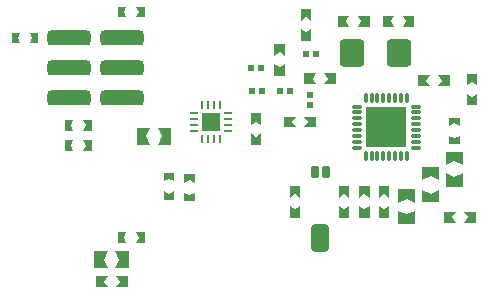
<source format=gtp>
G04 Layer_Color=8421504*
%FSLAX24Y24*%
%MOIN*%
G70*
G01*
G75*
G04:AMPARAMS|DCode=15|XSize=50mil|YSize=144.9mil|CornerRadius=12.5mil|HoleSize=0mil|Usage=FLASHONLY|Rotation=270.000|XOffset=0mil|YOffset=0mil|HoleType=Round|Shape=RoundedRectangle|*
%AMROUNDEDRECTD15*
21,1,0.0500,0.1199,0,0,270.0*
21,1,0.0250,0.1449,0,0,270.0*
1,1,0.0250,-0.0599,-0.0125*
1,1,0.0250,-0.0599,0.0125*
1,1,0.0250,0.0599,0.0125*
1,1,0.0250,0.0599,-0.0125*
%
%ADD15ROUNDEDRECTD15*%
%ADD17R,0.0217X0.0236*%
%ADD18R,0.0236X0.0217*%
%ADD21O,0.0110X0.0335*%
%ADD22O,0.0335X0.0110*%
%ADD23R,0.1358X0.1358*%
G04:AMPARAMS|DCode=24|XSize=43.3mil|YSize=23.6mil|CornerRadius=5.9mil|HoleSize=0mil|Usage=FLASHONLY|Rotation=270.000|XOffset=0mil|YOffset=0mil|HoleType=Round|Shape=RoundedRectangle|*
%AMROUNDEDRECTD24*
21,1,0.0433,0.0118,0,0,270.0*
21,1,0.0315,0.0236,0,0,270.0*
1,1,0.0118,-0.0059,-0.0157*
1,1,0.0118,-0.0059,0.0157*
1,1,0.0118,0.0059,0.0157*
1,1,0.0118,0.0059,-0.0157*
%
%ADD24ROUNDEDRECTD24*%
G04:AMPARAMS|DCode=25|XSize=94.5mil|YSize=59.1mil|CornerRadius=14.8mil|HoleSize=0mil|Usage=FLASHONLY|Rotation=270.000|XOffset=0mil|YOffset=0mil|HoleType=Round|Shape=RoundedRectangle|*
%AMROUNDEDRECTD25*
21,1,0.0945,0.0295,0,0,270.0*
21,1,0.0650,0.0591,0,0,270.0*
1,1,0.0295,-0.0148,-0.0325*
1,1,0.0295,-0.0148,0.0325*
1,1,0.0295,0.0148,0.0325*
1,1,0.0295,0.0148,-0.0325*
%
%ADD25ROUNDEDRECTD25*%
G04:AMPARAMS|DCode=26|XSize=90.6mil|YSize=82.7mil|CornerRadius=12.4mil|HoleSize=0mil|Usage=FLASHONLY|Rotation=90.000|XOffset=0mil|YOffset=0mil|HoleType=Round|Shape=RoundedRectangle|*
%AMROUNDEDRECTD26*
21,1,0.0906,0.0579,0,0,90.0*
21,1,0.0657,0.0827,0,0,90.0*
1,1,0.0248,0.0289,0.0329*
1,1,0.0248,0.0289,-0.0329*
1,1,0.0248,-0.0289,-0.0329*
1,1,0.0248,-0.0289,0.0329*
%
%ADD26ROUNDEDRECTD26*%
%ADD27R,0.0591X0.0591*%
%ADD28O,0.0098X0.0315*%
%ADD29O,0.0315X0.0098*%
G36*
X34636Y28189D02*
X34281D01*
Y28465D01*
X34459Y28386D01*
X34636Y28465D01*
Y28189D01*
D02*
G37*
G36*
X33947Y28238D02*
X33593D01*
Y28514D01*
X33770Y28435D01*
X33947Y28514D01*
Y28238D01*
D02*
G37*
G36*
X42766Y28150D02*
X42215D01*
Y28563D01*
X42490Y28435D01*
X42766Y28563D01*
Y28150D01*
D02*
G37*
G36*
X41112Y28307D02*
X40935Y28425D01*
X40758Y28307D01*
Y28701D01*
X41112D01*
Y28307D01*
D02*
G37*
G36*
X40453Y28307D02*
X40276Y28425D01*
X40098Y28307D01*
Y28701D01*
X40453D01*
Y28307D01*
D02*
G37*
G36*
X38150Y28307D02*
X37972Y28425D01*
X37795Y28307D01*
Y28701D01*
X38150D01*
Y28307D01*
D02*
G37*
G36*
X39783D02*
X39606Y28425D01*
X39429Y28307D01*
Y28701D01*
X39783D01*
Y28307D01*
D02*
G37*
G36*
X43563Y29380D02*
X43278Y29508D01*
X42992Y29380D01*
Y29833D01*
X43563D01*
Y29380D01*
D02*
G37*
G36*
X30502Y30039D02*
X30581Y29862D01*
X30305D01*
Y30217D01*
X30581D01*
X30502Y30039D01*
D02*
G37*
G36*
X31191Y29862D02*
X30915D01*
X30994Y30039D01*
X30915Y30217D01*
X31191D01*
Y29862D01*
D02*
G37*
G36*
X43563Y28671D02*
X42992D01*
Y29124D01*
X43278Y28996D01*
X43563Y29124D01*
Y28671D01*
D02*
G37*
G36*
X34636Y28799D02*
X34459Y28878D01*
X34281Y28799D01*
Y29075D01*
X34636D01*
Y28799D01*
D02*
G37*
G36*
X33947Y28848D02*
X33770Y28927D01*
X33593Y28848D01*
Y29124D01*
X33947D01*
Y28848D01*
D02*
G37*
G36*
X42766Y28898D02*
X42490Y29026D01*
X42215Y28898D01*
Y29311D01*
X42766D01*
Y28898D01*
D02*
G37*
G36*
X32264Y26969D02*
X32343Y26791D01*
X32067D01*
Y27146D01*
X32343D01*
X32264Y26969D01*
D02*
G37*
G36*
X32953Y26791D02*
X32677D01*
X32756Y26969D01*
X32677Y27146D01*
X32953D01*
Y26791D01*
D02*
G37*
G36*
X43218Y27648D02*
X43337Y27470D01*
X42943D01*
Y27825D01*
X43337D01*
X43218Y27648D01*
D02*
G37*
G36*
X32431Y25955D02*
X31978D01*
X32106Y26240D01*
X31978Y26526D01*
X32431D01*
Y25955D01*
D02*
G37*
G36*
X31614Y25502D02*
X31732Y25325D01*
X31339D01*
Y25679D01*
X31732D01*
X31614Y25502D01*
D02*
G37*
G36*
X32402Y25325D02*
X32008D01*
X32126Y25502D01*
X32008Y25679D01*
X32402D01*
Y25325D01*
D02*
G37*
G36*
X31594Y26240D02*
X31722Y25955D01*
X31270D01*
Y26526D01*
X31722D01*
X31594Y26240D01*
D02*
G37*
G36*
X39783Y27638D02*
X39429D01*
Y28031D01*
X39606Y27913D01*
X39783Y28031D01*
Y27638D01*
D02*
G37*
G36*
X41112D02*
X40758D01*
Y28031D01*
X40935Y27913D01*
X41112Y28031D01*
Y27638D01*
D02*
G37*
G36*
X41978Y28130D02*
X41693Y28258D01*
X41407Y28130D01*
Y28583D01*
X41978D01*
Y28130D01*
D02*
G37*
G36*
X38150Y27638D02*
X37795D01*
Y28031D01*
X37972Y27913D01*
X38150Y28031D01*
Y27638D01*
D02*
G37*
G36*
X44006Y27470D02*
X43612D01*
X43730Y27648D01*
X43612Y27825D01*
X44006D01*
Y27470D01*
D02*
G37*
G36*
X41978Y27421D02*
X41407D01*
Y27874D01*
X41693Y27746D01*
X41978Y27874D01*
Y27421D01*
D02*
G37*
G36*
X40453Y27638D02*
X40098D01*
Y28031D01*
X40276Y27913D01*
X40453Y28031D01*
Y27638D01*
D02*
G37*
G36*
X28721Y33622D02*
X28799Y33445D01*
X28524D01*
Y33799D01*
X28799D01*
X28721Y33622D01*
D02*
G37*
G36*
X29409Y33445D02*
X29134D01*
X29213Y33622D01*
X29134Y33799D01*
X29409D01*
Y33445D01*
D02*
G37*
G36*
X38514Y33533D02*
X38159D01*
Y33927D01*
X38337Y33809D01*
X38514Y33927D01*
Y33533D01*
D02*
G37*
G36*
X37638Y33041D02*
X37461Y33159D01*
X37283Y33041D01*
Y33435D01*
X37638D01*
Y33041D01*
D02*
G37*
G36*
X38553Y32274D02*
X38671Y32096D01*
X38278D01*
Y32451D01*
X38671D01*
X38553Y32274D01*
D02*
G37*
G36*
X39341Y32096D02*
X38947D01*
X39065Y32274D01*
X38947Y32451D01*
X39341D01*
Y32096D01*
D02*
G37*
G36*
X37638Y32372D02*
X37283D01*
Y32766D01*
X37461Y32648D01*
X37638Y32766D01*
Y32372D01*
D02*
G37*
G36*
X38514Y34203D02*
X38337Y34321D01*
X38159Y34203D01*
Y34596D01*
X38514D01*
Y34203D01*
D02*
G37*
G36*
X32264Y34488D02*
X32343Y34311D01*
X32067D01*
Y34665D01*
X32343D01*
X32264Y34488D01*
D02*
G37*
G36*
X32953Y34311D02*
X32677D01*
X32756Y34488D01*
X32677Y34665D01*
X32953D01*
Y34311D01*
D02*
G37*
G36*
X41949Y34007D02*
X41555D01*
X41673Y34184D01*
X41555Y34361D01*
X41949D01*
Y34007D01*
D02*
G37*
G36*
X39665Y34183D02*
X39783Y34006D01*
X39390D01*
Y34360D01*
X39783D01*
X39665Y34183D01*
D02*
G37*
G36*
X40453Y34006D02*
X40059D01*
X40177Y34183D01*
X40059Y34360D01*
X40453D01*
Y34006D01*
D02*
G37*
G36*
X41161Y34184D02*
X41280Y34007D01*
X40886D01*
Y34361D01*
X41280D01*
X41161Y34184D01*
D02*
G37*
G36*
X30502Y30719D02*
X30581Y30541D01*
X30305D01*
Y30896D01*
X30581D01*
X30502Y30719D01*
D02*
G37*
G36*
X31191Y30541D02*
X30915D01*
X30994Y30719D01*
X30915Y30896D01*
X31191D01*
Y30541D01*
D02*
G37*
G36*
X37884Y30827D02*
X38002Y30650D01*
X37608D01*
Y31004D01*
X38002D01*
X37884Y30827D01*
D02*
G37*
G36*
X36841Y30049D02*
X36486D01*
Y30443D01*
X36663Y30325D01*
X36841Y30443D01*
Y30049D01*
D02*
G37*
G36*
X33012Y30344D02*
X33140Y30059D01*
X32687D01*
Y30630D01*
X33140D01*
X33012Y30344D01*
D02*
G37*
G36*
X33848Y30059D02*
X33396D01*
X33524Y30344D01*
X33396Y30630D01*
X33848D01*
Y30059D01*
D02*
G37*
G36*
X43455Y30089D02*
X43100D01*
Y30364D01*
X43278Y30285D01*
X43455Y30364D01*
Y30089D01*
D02*
G37*
G36*
X42352Y32205D02*
X42470Y32028D01*
X42077D01*
Y32382D01*
X42470D01*
X42352Y32205D01*
D02*
G37*
G36*
X43140Y32028D02*
X42746D01*
X42864Y32205D01*
X42746Y32382D01*
X43140D01*
Y32028D01*
D02*
G37*
G36*
X44045Y32047D02*
X43868Y32165D01*
X43691Y32047D01*
Y32441D01*
X44045D01*
Y32047D01*
D02*
G37*
G36*
Y31378D02*
X43691D01*
Y31772D01*
X43868Y31654D01*
X44045Y31772D01*
Y31378D01*
D02*
G37*
G36*
X38671Y30650D02*
X38278D01*
X38396Y30827D01*
X38278Y31004D01*
X38671D01*
Y30650D01*
D02*
G37*
G36*
X43455Y30699D02*
X43278Y30777D01*
X43100Y30699D01*
Y30974D01*
X43455D01*
Y30699D01*
D02*
G37*
G36*
X36841Y30719D02*
X36663Y30837D01*
X36486Y30719D01*
Y31112D01*
X36841D01*
Y30719D01*
D02*
G37*
D15*
X30443Y33622D02*
D03*
X32205D02*
D03*
X32205Y32622D02*
D03*
X30443D02*
D03*
X32205Y31622D02*
D03*
X30443D02*
D03*
D17*
X38337Y33081D02*
D03*
X38671D02*
D03*
X36841Y32638D02*
D03*
X36506D02*
D03*
X36880Y31850D02*
D03*
X36545D02*
D03*
X37795D02*
D03*
X37461D02*
D03*
D18*
X38474Y31398D02*
D03*
Y31732D02*
D03*
D21*
X40325Y31624D02*
D03*
X40522D02*
D03*
X40718D02*
D03*
X40915D02*
D03*
X41112D02*
D03*
X41309D02*
D03*
X41506D02*
D03*
X41703D02*
D03*
Y29675D02*
D03*
X41506D02*
D03*
X41309D02*
D03*
X41112D02*
D03*
X40915D02*
D03*
X40718D02*
D03*
X40522D02*
D03*
X40325D02*
D03*
D22*
X41988Y31339D02*
D03*
Y31142D02*
D03*
Y30945D02*
D03*
Y30748D02*
D03*
Y30551D02*
D03*
Y30354D02*
D03*
Y30157D02*
D03*
Y29961D02*
D03*
X40039D02*
D03*
Y30157D02*
D03*
Y30354D02*
D03*
Y30551D02*
D03*
Y30748D02*
D03*
Y30945D02*
D03*
Y31142D02*
D03*
Y31339D02*
D03*
D23*
X41014Y30650D02*
D03*
D24*
X38632Y29154D02*
D03*
X38986D02*
D03*
D25*
X38809Y26969D02*
D03*
D26*
X39872Y33130D02*
D03*
X41447D02*
D03*
D27*
X35167Y30817D02*
D03*
D28*
X35463Y30246D02*
D03*
X35266D02*
D03*
X35069D02*
D03*
X34872D02*
D03*
Y31388D02*
D03*
X35069D02*
D03*
X35266D02*
D03*
X35463D02*
D03*
D29*
X34596Y30522D02*
D03*
Y30719D02*
D03*
Y30915D02*
D03*
Y31112D02*
D03*
X35738D02*
D03*
Y30915D02*
D03*
Y30719D02*
D03*
Y30522D02*
D03*
M02*

</source>
